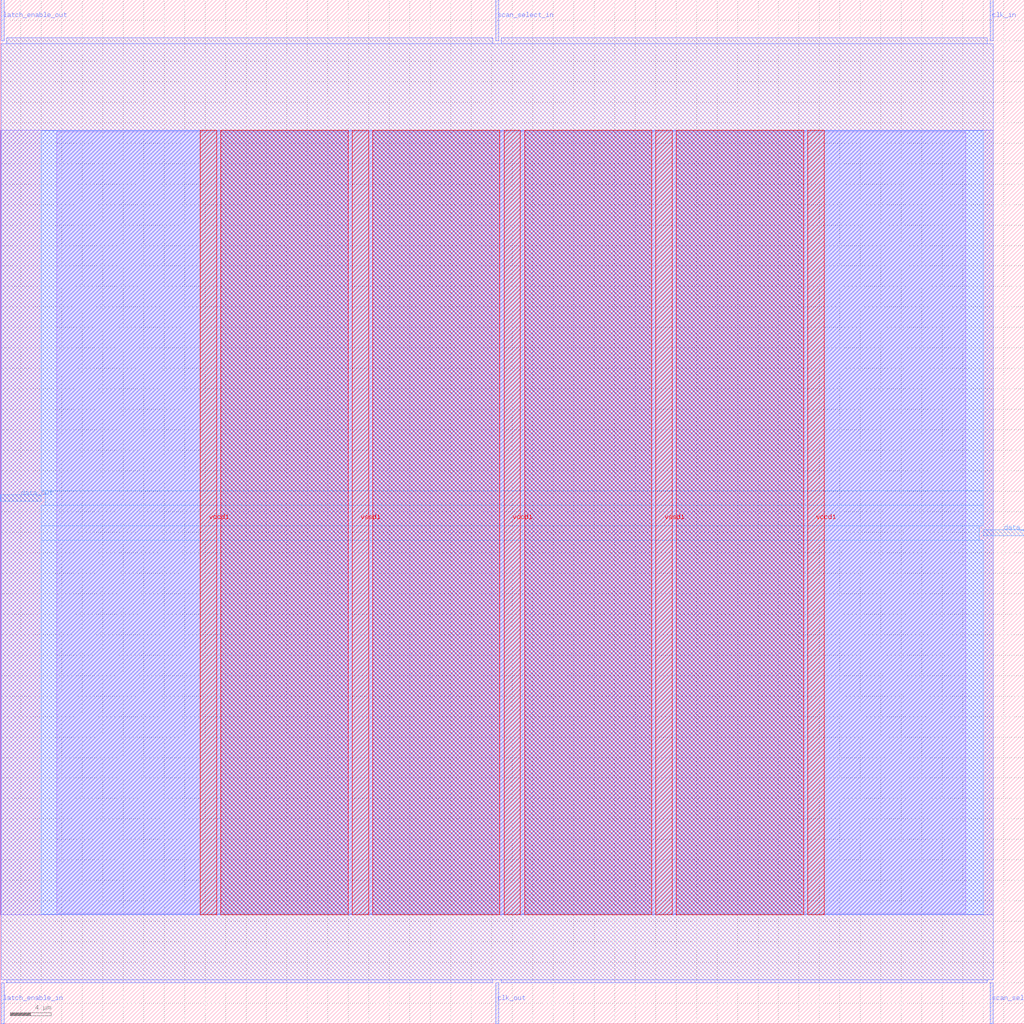
<source format=lef>
VERSION 5.7 ;
  NOWIREEXTENSIONATPIN ON ;
  DIVIDERCHAR "/" ;
  BUSBITCHARS "[]" ;
MACRO scan_wrapper_341174480471589458
  CLASS BLOCK ;
  FOREIGN scan_wrapper_341174480471589458 ;
  ORIGIN 0.000 0.000 ;
  SIZE 100.000 BY 100.000 ;
  PIN clk_in
    DIRECTION INPUT ;
    USE SIGNAL ;
    PORT
      LAYER met2 ;
        RECT 96.690 96.000 96.970 100.000 ;
    END
  END clk_in
  PIN clk_out
    DIRECTION OUTPUT TRISTATE ;
    USE SIGNAL ;
    PORT
      LAYER met2 ;
        RECT 48.390 0.000 48.670 4.000 ;
    END
  END clk_out
  PIN data_in
    DIRECTION INPUT ;
    USE SIGNAL ;
    PORT
      LAYER met3 ;
        RECT 96.000 47.640 100.000 48.240 ;
    END
  END data_in
  PIN data_out
    DIRECTION OUTPUT TRISTATE ;
    USE SIGNAL ;
    PORT
      LAYER met3 ;
        RECT 0.000 51.040 4.000 51.640 ;
    END
  END data_out
  PIN latch_enable_in
    DIRECTION INPUT ;
    USE SIGNAL ;
    PORT
      LAYER met2 ;
        RECT 0.090 0.000 0.370 4.000 ;
    END
  END latch_enable_in
  PIN latch_enable_out
    DIRECTION OUTPUT TRISTATE ;
    USE SIGNAL ;
    PORT
      LAYER met2 ;
        RECT 0.090 96.000 0.370 100.000 ;
    END
  END latch_enable_out
  PIN scan_select_in
    DIRECTION INPUT ;
    USE SIGNAL ;
    PORT
      LAYER met2 ;
        RECT 48.390 96.000 48.670 100.000 ;
    END
  END scan_select_in
  PIN scan_select_out
    DIRECTION OUTPUT TRISTATE ;
    USE SIGNAL ;
    PORT
      LAYER met2 ;
        RECT 96.690 0.000 96.970 4.000 ;
    END
  END scan_select_out
  PIN vccd1
    DIRECTION INPUT ;
    USE POWER ;
    PORT
      LAYER met4 ;
        RECT 19.550 10.640 21.150 87.280 ;
    END
    PORT
      LAYER met4 ;
        RECT 49.200 10.640 50.800 87.280 ;
    END
    PORT
      LAYER met4 ;
        RECT 78.855 10.640 80.455 87.280 ;
    END
  END vccd1
  PIN vssd1
    DIRECTION INPUT ;
    USE GROUND ;
    PORT
      LAYER met4 ;
        RECT 34.370 10.640 35.970 87.280 ;
    END
    PORT
      LAYER met4 ;
        RECT 64.025 10.640 65.625 87.280 ;
    END
  END vssd1
  OBS
      LAYER li1 ;
        RECT 5.520 10.795 94.300 87.125 ;
      LAYER met1 ;
        RECT 0.070 10.640 96.990 87.280 ;
      LAYER met2 ;
        RECT 0.650 95.720 48.110 96.290 ;
        RECT 48.950 95.720 96.410 96.290 ;
        RECT 0.100 4.280 96.960 95.720 ;
        RECT 0.650 4.000 48.110 4.280 ;
        RECT 48.950 4.000 96.410 4.280 ;
      LAYER met3 ;
        RECT 4.000 52.040 96.000 87.205 ;
        RECT 4.400 50.640 96.000 52.040 ;
        RECT 4.000 48.640 96.000 50.640 ;
        RECT 4.000 47.240 95.600 48.640 ;
        RECT 4.000 10.715 96.000 47.240 ;
      LAYER met4 ;
        RECT 21.550 10.640 33.970 87.280 ;
        RECT 36.370 10.640 48.800 87.280 ;
        RECT 51.200 10.640 63.625 87.280 ;
        RECT 66.025 10.640 78.455 87.280 ;
  END
END scan_wrapper_341174480471589458
END LIBRARY


</source>
